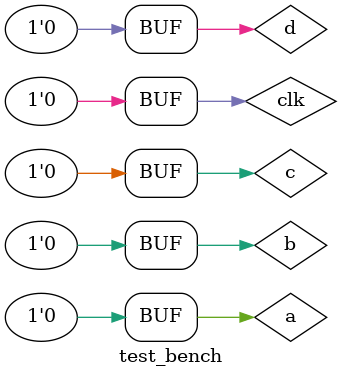
<source format=v>
`timescale 1ns / 1ps


module test_bench;

	// Inputs
	reg a;
	reg b;
	reg c;
	reg d;
	reg clk;

	// Outputs
	wire x;
	wire y;

	// Instantiate the Unit Under Test (UUT)
	Multi_comp_flip_flop uut (
		.a(a), 
		.b(b), 
		.c(c), 
		.d(d), 
		.x(x), 
		.y(y), 
		.clk(clk)
	);

	initial begin
		// Initialize Inputs
		a = 0;
		b = 0;
		c = 0;
		d = 0;
		clk = 0;

		// Wait 100 ns for global reset to finish
		#100;
        
		// Add stimulus here

	end
      
endmodule


</source>
